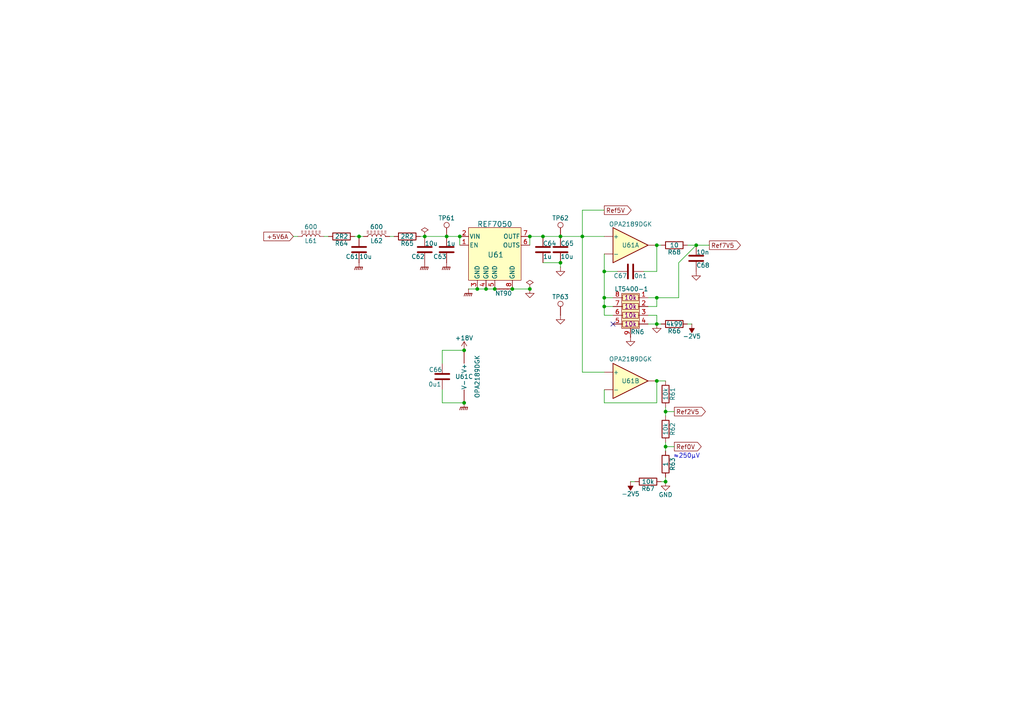
<source format=kicad_sch>
(kicad_sch (version 20250114) (generator "eeschema") (generator_version "9.0")
  (paper "A4")
  (lib_symbols
    (symbol "Connector:TestPoint" (pin_numbers (hide yes)) (pin_names (offset 0.762) (hide yes))
      (property "Reference" "TP" (at 0 6.858 0))
      (property "Value" "TestPoint" (at 0 5.08 0))
      (symbol "TestPoint_0_1"
        (circle (center 0 3.302) (radius 0.762))
      )
      (symbol "TestPoint_1_1"
        (pin passive line (at 0 0 90) (length 2.54) (name "1") (number "1"))
      )
    )
    (symbol "Device:C" (pin_numbers (hide yes)) (pin_names (offset 0.254))
      (property "Reference" "C" (at 0.635 2.54 0))
      (property "Value" "C" (at 0.635 -2.54 0))
      (symbol "C_0_1"
        (polyline (pts (xy -2.032 0.762) (xy 2.032 0.762)) (stroke (width 0.508)))
        (polyline (pts (xy -2.032 -0.762) (xy 2.032 -0.762)) (stroke (width 0.508)))
      )
      (symbol "C_1_1"
        (pin passive line (at 0 3.81 270) (length 2.794) (name "~") (number "1"))
        (pin passive line (at 0 -3.81 90) (length 2.794) (name "~") (number "2"))
      )
    )
    (symbol "Device:L_Ferrite" (pin_numbers (hide yes)) (pin_names (offset 1.016) (hide yes))
      (property "Reference" "L" (at -1.27 0 90))
      (property "Value" "L_Ferrite" (at 2.794 0 90))
      (symbol "L_Ferrite_0_1"
        (arc (start 0 2.54) (mid 0.6323 1.905) (end 0 1.27))
        (arc (start 0 1.27) (mid 0.6323 0.635) (end 0 0))
        (arc (start 0 0) (mid 0.6323 -0.635) (end 0 -1.27))
        (arc (start 0 -1.27) (mid 0.6323 -1.905) (end 0 -2.54))
        (polyline (pts (xy 1.016 2.286) (xy 1.016 2.794)))
        (polyline (pts (xy 1.016 1.27) (xy 1.016 1.778)))
        (polyline (pts (xy 1.016 0.254) (xy 1.016 0.762)))
        (polyline (pts (xy 1.016 -0.762) (xy 1.016 -0.254)))
        (polyline (pts (xy 1.016 -1.778) (xy 1.016 -1.27)))
        (polyline (pts (xy 1.016 -2.794) (xy 1.016 -2.286)))
        (polyline (pts (xy 1.524 2.794) (xy 1.524 2.286)))
        (polyline (pts (xy 1.524 1.778) (xy 1.524 1.27)))
        (polyline (pts (xy 1.524 0.762) (xy 1.524 0.254)))
        (polyline (pts (xy 1.524 -0.254) (xy 1.524 -0.762)))
        (polyline (pts (xy 1.524 -1.27) (xy 1.524 -1.778)))
        (polyline (pts (xy 1.524 -2.286) (xy 1.524 -2.794)))
      )
      (symbol "L_Ferrite_1_1"
        (pin passive line (at 0 3.81 270) (length 1.27) (name "1") (number "1"))
        (pin passive line (at 0 -3.81 90) (length 1.27) (name "2") (number "2"))
      )
    )
    (symbol "Device:R" (pin_numbers (hide yes)) (pin_names (offset 0))
      (property "Reference" "R" (at 2.032 0 90))
      (property "Value" "R" (at 0 0 90))
      (symbol "R_0_1"
        (rectangle (start -1.016 -2.54) (end 1.016 2.54) (stroke (width 0.254)))
      )
      (symbol "R_1_1"
        (pin passive line (at 0 3.81 270) (length 1.27) (name "~") (number "1"))
        (pin passive line (at 0 -3.81 90) (length 1.27) (name "~") (number "2"))
      )
    )
    (symbol "Parts:+18V" (power) (pin_numbers (hide yes)) (pin_names (offset 0) (hide yes))
      (property "Value" "+18V" (at 0 3.556 0))
      (symbol "+18V_0_1"
        (polyline (pts (xy -0.762 1.27) (xy 0 2.54)))
        (polyline (pts (xy 0 2.54) (xy 0.762 1.27)))
        (polyline (pts (xy 0 0) (xy 0 2.54)))
      )
      (symbol "+18V_1_1"
        (pin power_in line (at 0 0 90) (length 0) (name "~") (number "1"))
      )
    )
    (symbol "Parts:LT5400"
      (property "Reference" "RN" (at 0 7.366 0))
      (property "Value" "LT5400-1" (at 5.08 -4.826 0))
      (property "R1" "10k" (at 0 5.08 0))
      (property "R2" "10k" (at 0 2.54 0))
      (property "R3" "10k" (at 0 0 0))
      (property "R4" "10k" (at 0 -2.54 0))
      (symbol "LT5400_0_1"
        (polyline (pts (xy -2.54 5.08) (xy -2.286 5.08)))
        (polyline (pts (xy -2.54 2.54) (xy -2.286 2.54)))
        (polyline (pts (xy -2.54 0) (xy -2.286 0)))
        (polyline (pts (xy -2.54 -2.54) (xy -2.286 -2.54)))
        (rectangle (start -2.286 5.969) (end 2.286 4.191))
        (rectangle (start -2.286 3.429) (end 2.286 1.651))
        (rectangle (start -2.286 0.889) (end 2.286 -0.889))
        (rectangle (start -2.286 -1.651) (end 2.286 -3.429))
        (polyline (pts (xy 2.286 5.08) (xy 2.54 5.08)))
        (polyline (pts (xy 2.286 2.54) (xy 2.54 2.54)))
        (polyline (pts (xy 2.286 0) (xy 2.54 0)))
        (polyline (pts (xy 2.286 -2.54) (xy 2.54 -2.54)))
      )
      (symbol "LT5400_1_1"
        (polyline (pts (xy -5.08 0) (xy -5.08 0)))
        (rectangle (start -2.54 6.35) (end 2.54 -3.81) (fill (type background)))
        (pin passive line (at -5.08 5.08 0) (length 2.54) (name "~") (number "1"))
        (pin passive line (at -5.08 2.54 0) (length 2.54) (name "~") (number "2"))
        (pin passive line (at -5.08 0 0) (length 2.54) (name "~") (number "3"))
        (pin passive line (at -5.08 -2.54 0) (length 2.54) (name "~") (number "4"))
        (pin passive line (at 0 -6.35 90) (length 2.54) (name "~") (number "9"))
        (pin passive line (at 5.08 5.08 180) (length 2.54) (name "~") (number "8"))
        (pin passive line (at 5.08 2.54 180) (length 2.54) (name "~") (number "7"))
        (pin passive line (at 5.08 0 180) (length 2.54) (name "~") (number "6"))
        (pin passive line (at 5.08 -2.54 180) (length 2.54) (name "~") (number "5"))
      )
    )
    (symbol "Parts:NetTie_2" (pin_numbers (hide yes)) (pin_names (offset 0) (hide yes)) (in_bom no)
      (property "Reference" "NT" (at 0 1.27 0))
      (property "Value" "NetTie_2" (at 0 -1.27 0))
      (symbol "NetTie_2_0_1"
        (polyline (pts (xy -1.27 0) (xy 1.27 0)) (stroke (width 0.254)))
      )
      (symbol "NetTie_2_1_1"
        (pin passive line (at -2.54 0 0) (length 1.27) (name "1") (number "1"))
        (pin passive line (at 2.54 0 180) (length 1.27) (name "2") (number "2"))
      )
    )
    (symbol "Parts:OPA2189DGK" (pin_numbers (hide yes)) (pin_names (offset 0.002))
      (property "Reference" "U" (at 0 0 0))
      (property "Value" "OPA2189DGK" (at 4.064 -4.318 0))
      (symbol "OPA2189DGK_1_1"
        (unit_name "A")
        (polyline (pts (xy -5.08 5.08) (xy 5.08 0) (xy -5.08 -5.08) (xy -5.08 5.08)) (stroke (width 0.254)) (fill (type background)))
        (pin input line (at -7.62 2.54 0) (length 2.54) (name "+") (number "3"))
        (pin input line (at -7.62 -2.54 0) (length 2.54) (name "-") (number "2"))
        (pin output line (at 7.62 0 180) (length 2.54) (name "~") (number "1"))
      )
      (symbol "OPA2189DGK_2_1"
        (unit_name "B")
        (polyline (pts (xy -5.08 5.08) (xy 5.08 0) (xy -5.08 -5.08) (xy -5.08 5.08)) (stroke (width 0.254)) (fill (type background)))
        (pin input line (at -7.62 2.54 0) (length 2.54) (name "+") (number "5"))
        (pin input line (at -7.62 -2.54 0) (length 2.54) (name "-") (number "6"))
        (pin output line (at 7.62 0 180) (length 2.54) (name "~") (number "7"))
      )
      (symbol "OPA2189DGK_3_1"
        (unit_name "Power")
        (pin power_in line (at 0 7.62 270) (length 3.81) (name "V+") (number "8"))
        (pin power_in line (at 0 -7.62 90) (length 3.81) (name "V-") (number "4"))
      )
    )
    (symbol "Parts:REF70" (pin_names (offset 0.254))
      (property "Reference" "U" (at 0 2.54 0))
      (property "Value" "REF70" (at 0 0 0))
      (symbol "REF70_0_1"
        (pin power_in line (at -10.16 5.08 0) (length 2.54) (name "VIN") (number "2"))
        (pin input line (at -10.16 2.54 0) (length 2.54) (name "EN") (number "1"))
        (pin power_in line (at -5.08 -10.16 90) (length 2.54) (name "GND") (number "3"))
        (pin power_in line (at -2.54 -10.16 90) (length 2.54) (name "GND") (number "4"))
        (pin power_in line (at 0 -10.16 90) (length 2.54) (name "GND") (number "5"))
        (pin power_in line (at 5.08 -10.16 90) (length 2.54) (name "GND") (number "8"))
        (pin passive line (at 10.16 5.08 180) (length 2.54) (name "OUTF") (number "7"))
        (pin passive line (at 10.16 2.54 180) (length 2.54) (name "OUTS") (number "6"))
      )
      (symbol "REF70_1_1"
        (rectangle (start -7.62 7.62) (end 7.62 -7.62) (fill (type background)))
      )
    )
    (symbol "power:-2V5" (power) (pin_numbers (hide yes)) (pin_names (offset 0) (hide yes))
      (property "Value" "-2V5" (at 0 3.556 0))
      (symbol "-2V5_0_0"
        (pin power_in line (at 0 0 90) (length 0) (name "~") (number "1"))
      )
      (symbol "-2V5_0_1"
        (polyline (pts (xy 0 0) (xy 0 1.27) (xy 0.762 1.27) (xy 0 2.54) (xy -0.762 1.27) (xy 0 1.27)) (fill (type outline)))
      )
    )
    (symbol "power:GND" (power) (pin_numbers (hide yes)) (pin_names (offset 0) (hide yes))
      (property "Value" "GND" (at 0 -3.81 0))
      (symbol "GND_0_1"
        (polyline (pts (xy 0 0) (xy 0 -1.27) (xy 1.27 -1.27) (xy 0 -2.54) (xy -1.27 -1.27) (xy 0 -1.27)))
      )
      (symbol "GND_1_1"
        (pin power_in line (at 0 0 270) (length 0) (name "~") (number "1"))
      )
    )
    (symbol "power:GNDPWR" (power) (pin_numbers (hide yes)) (pin_names (offset 0) (hide yes))
      (property "Value" "GNDPWR" (at 0 -3.302 0))
      (symbol "GNDPWR_0_1"
        (polyline (pts (xy -1.016 -1.27) (xy -1.27 -2.032) (xy -1.27 -2.032)) (stroke (width 0.2032)))
        (polyline (pts (xy -0.508 -1.27) (xy -0.762 -2.032) (xy -0.762 -2.032)) (stroke (width 0.2032)))
        (polyline (pts (xy 0 -1.27) (xy 0 0)))
        (polyline (pts (xy 0 -1.27) (xy -0.254 -2.032) (xy -0.254 -2.032)) (stroke (width 0.2032)))
        (polyline (pts (xy 0.508 -1.27) (xy 0.254 -2.032) (xy 0.254 -2.032)) (stroke (width 0.2032)))
        (polyline (pts (xy 1.016 -1.27) (xy -1.016 -1.27) (xy -1.016 -1.27)) (stroke (width 0.2032)))
        (polyline (pts (xy 1.016 -1.27) (xy 0.762 -2.032) (xy 0.762 -2.032) (xy 0.762 -2.032)) (stroke (width 0.2032)))
      )
      (symbol "GNDPWR_1_1"
        (pin power_in line (at 0 0 270) (length 0) (name "~") (number "1"))
      )
    )
    (symbol "power:PWR_FLAG" (power) (pin_numbers (hide yes)) (pin_names (offset 0) (hide yes))
      (property "Value" "PWR_FLAG" (at 0 3.81 0))
      (symbol "PWR_FLAG_0_0"
        (pin power_out line (at 0 0 90) (length 0) (name "~") (number "1"))
      )
      (symbol "PWR_FLAG_0_1"
        (polyline (pts (xy 0 0) (xy 0 1.27) (xy -1.016 1.905) (xy 0 2.54) (xy 1.016 1.905) (xy 0 1.27)))
      )
    )
  )
  (text "≈250µV" (at 199.136 132.334 0) (effects (font (size 1.27 1.27))))
  (junction (at 153.67 68.58))
  (junction (at 190.5 86.36))
  (junction (at 140.97 83.82))
  (junction (at 193.04 129.54))
  (junction (at 104.14 68.58))
  (junction (at 143.51 83.82))
  (junction (at 134.62 116.84))
  (junction (at 162.56 68.58))
  (junction (at 133.35 68.58))
  (junction (at 175.26 78.74))
  (junction (at 190.5 110.49))
  (junction (at 138.43 83.82))
  (junction (at 175.26 86.36))
  (junction (at 190.5 93.98))
  (junction (at 193.04 119.38))
  (junction (at 175.26 88.9))
  (junction (at 157.48 68.58))
  (junction (at 168.91 68.58))
  (junction (at 162.56 76.2))
  (junction (at 201.93 71.12))
  (junction (at 190.5 71.12))
  (junction (at 129.54 68.58))
  (junction (at 123.19 68.58))
  (junction (at 134.62 101.6))
  (junction (at 153.67 83.82))
  (junction (at 193.04 139.7))
  (junction (at 148.59 83.82))
  (no_connect (at 177.8 93.98))
  (wire (pts (xy 190.5 88.9) (xy 187.96 88.9)))
  (wire (pts (xy 175.26 73.66) (xy 175.26 78.74)))
  (wire (pts (xy 113.03 68.58) (xy 114.3 68.58)))
  (wire (pts (xy 175.26 88.9) (xy 177.8 88.9)))
  (wire (pts (xy 187.96 86.36) (xy 190.5 86.36)))
  (wire (pts (xy 193.04 119.38) (xy 193.04 120.65)))
  (wire (pts (xy 140.97 83.82) (xy 143.51 83.82)))
  (wire (pts (xy 201.93 71.12) (xy 196.85 76.2)))
  (wire (pts (xy 190.5 86.36) (xy 190.5 88.9)))
  (wire (pts (xy 162.56 68.58) (xy 168.91 68.58)))
  (wire (pts (xy 157.48 76.2) (xy 162.56 76.2)))
  (wire (pts (xy 168.91 60.96) (xy 168.91 68.58)))
  (wire (pts (xy 191.77 93.98) (xy 190.5 93.98)))
  (wire (pts (xy 199.39 71.12) (xy 201.93 71.12)))
  (wire (pts (xy 193.04 119.38) (xy 195.58 119.38)))
  (wire (pts (xy 175.26 86.36) (xy 175.26 88.9)))
  (wire (pts (xy 175.26 78.74) (xy 179.07 78.74)))
  (wire (pts (xy 201.93 71.12) (xy 205.74 71.12)))
  (wire (pts (xy 129.54 68.58) (xy 133.35 68.58)))
  (wire (pts (xy 190.5 116.84) (xy 190.5 110.49)))
  (wire (pts (xy 190.5 91.44) (xy 190.5 93.98)))
  (wire (pts (xy 200.66 93.98) (xy 199.39 93.98)))
  (wire (pts (xy 190.5 71.12) (xy 191.77 71.12)))
  (wire (pts (xy 135.89 83.82) (xy 138.43 83.82)))
  (wire (pts (xy 191.77 139.7) (xy 193.04 139.7)))
  (wire (pts (xy 148.59 83.82) (xy 153.67 83.82)))
  (wire (pts (xy 153.67 68.58) (xy 153.67 71.12)))
  (wire (pts (xy 133.35 68.58) (xy 133.35 71.12)))
  (wire (pts (xy 157.48 68.58) (xy 162.56 68.58)))
  (wire (pts (xy 104.14 68.58) (xy 105.41 68.58)))
  (wire (pts (xy 187.96 93.98) (xy 190.5 93.98)))
  (wire (pts (xy 175.26 88.9) (xy 175.26 91.44)))
  (wire (pts (xy 93.98 68.58) (xy 95.25 68.58)))
  (wire (pts (xy 123.19 68.58) (xy 129.54 68.58)))
  (wire (pts (xy 182.88 139.7) (xy 184.15 139.7)))
  (wire (pts (xy 175.26 86.36) (xy 177.8 86.36)))
  (wire (pts (xy 168.91 60.96) (xy 175.26 60.96)))
  (wire (pts (xy 186.69 78.74) (xy 190.5 78.74)))
  (wire (pts (xy 168.91 68.58) (xy 175.26 68.58)))
  (wire (pts (xy 128.27 101.6) (xy 134.62 101.6)))
  (wire (pts (xy 196.85 76.2) (xy 196.85 86.36)))
  (wire (pts (xy 128.27 116.84) (xy 134.62 116.84)))
  (wire (pts (xy 187.96 91.44) (xy 190.5 91.44)))
  (wire (pts (xy 128.27 113.03) (xy 128.27 116.84)))
  (wire (pts (xy 193.04 139.7) (xy 193.04 138.43)))
  (wire (pts (xy 175.26 91.44) (xy 177.8 91.44)))
  (wire (pts (xy 128.27 101.6) (xy 128.27 105.41)))
  (wire (pts (xy 85.09 68.58) (xy 86.36 68.58)))
  (wire (pts (xy 190.5 71.12) (xy 190.5 78.74)))
  (wire (pts (xy 175.26 107.95) (xy 168.91 107.95)))
  (wire (pts (xy 162.56 76.2) (xy 162.56 77.47)))
  (wire (pts (xy 190.5 110.49) (xy 193.04 110.49)))
  (wire (pts (xy 153.67 68.58) (xy 157.48 68.58)))
  (wire (pts (xy 121.92 68.58) (xy 123.19 68.58)))
  (wire (pts (xy 193.04 129.54) (xy 195.58 129.54)))
  (wire (pts (xy 168.91 68.58) (xy 168.91 107.95)))
  (wire (pts (xy 190.5 86.36) (xy 196.85 86.36)))
  (wire (pts (xy 175.26 113.03) (xy 175.26 116.84)))
  (wire (pts (xy 193.04 128.27) (xy 193.04 129.54)))
  (wire (pts (xy 175.26 116.84) (xy 190.5 116.84)))
  (wire (pts (xy 175.26 78.74) (xy 175.26 86.36)))
  (wire (pts (xy 138.43 83.82) (xy 140.97 83.82)))
  (wire (pts (xy 102.87 68.58) (xy 104.14 68.58)))
  (wire (pts (xy 193.04 118.11) (xy 193.04 119.38)))
  (wire (pts (xy 193.04 129.54) (xy 193.04 130.81)))
  (global_label "+5V6A" (shape input) (at 85.09 68.58 180) (property "Intersheetrefs" "${INTERSHEET_REFS}" (at 77.7263 68.58 0) (effects (justify right))))
  (global_label "Ref5V" (shape output) (at 175.26 60.96 0) (property "Intersheetrefs" "${INTERSHEET_REFS}" (at 183.6276 60.96 0) (effects (justify left))))
  (global_label "Ref7V5" (shape output) (at 205.74 71.12 0) (property "Intersheetrefs" "${INTERSHEET_REFS}" (at 214.884 71.12 0) (effects (justify left))))
  (global_label "Ref0V" (shape output) (at 195.58 129.54 0) (property "Intersheetrefs" "${INTERSHEET_REFS}" (at 204.724 129.54 0) (effects (justify left))))
  (global_label "Ref2V5" (shape output) (at 195.58 119.38 0) (property "Intersheetrefs" "${INTERSHEET_REFS}" (at 204.724 119.38 0) (effects (justify left))))
  (symbol (lib_id "Parts:OPA2189DGK") (at 182.88 71.12 0) (unit 1) (in_bom no)
    (property "Reference" "U61" (at 182.88 71.12 0))
    (property "Value" "OPA2189DGK" (at 182.88 65.024 0))
    (property "Footprint" "Parts:OPA2189" (effects (hide yes)))
    (property "Datasheet" "http://www.ti.com/lit/ds/symlink/opa189.pdf" (effects (hide yes)))
    (property "LCSC" "C881489" (effects (hide yes)))
    (property "Stock" "15" (effects (hide yes)))
  )
  (symbol (lib_id "power:-2V5") (at 200.66 93.98 180) (unit 1)
    (property "Reference" "#PWR073" (effects (hide yes)))
    (property "Value" "-2V5" (at 200.66 97.536 0))
    (property "Description" "Power symbol creates a global label with name \"-2V5\"" (effects (hide yes)))
  )
  (symbol (lib_id "power:GNDPWR") (at 123.19 76.2 0) (unit 1)
    (property "Reference" "#PWR0162" (effects (hide yes)))
    (property "Value" "GNDPWR" (effects (hide yes)))
    (property "Description" "Power symbol creates a global label with name \"GNDPWR\" , global ground" (effects (hide yes)))
  )
  (symbol (lib_id "Parts:OPA2189DGK") (at 182.88 110.49 0) (unit 2) (in_bom no)
    (property "Reference" "U61" (at 182.88 110.49 0))
    (property "Value" "OPA2189DGK" (at 182.88 104.14 0))
    (property "Footprint" "Parts:OPA2189" (effects (hide yes)))
    (property "Datasheet" "http://www.ti.com/lit/ds/symlink/opa189.pdf" (effects (hide yes)))
    (property "LCSC" "C881489" (effects (hide yes)))
    (property "Stock" "15" (effects (hide yes)))
  )
  (symbol (lib_id "Device:R") (at 195.58 71.12 90) (mirror x) (unit 1)
    (property "Reference" "R68" (at 195.58 73.152 90))
    (property "Value" "10" (at 195.58 71.12 90))
    (property "Footprint" "Resistor_SMD:R_0402_1005Metric" (effects (hide yes)))
    (property "Description" "Resistor" (effects (hide yes)))
    (property "LCSC" "C25077" (effects (hide yes)))
  )
  (symbol (lib_id "Device:R") (at 193.04 134.62 0) (unit 1) (in_bom no)
    (property "Reference" "R63" (at 195.072 134.62 90))
    (property "Value" "1" (at 193.04 134.62 90))
    (property "Footprint" "Resistor_SMD:R_0603_1608Metric" (effects (hide yes)))
    (property "Datasheet" "0.1%" (effects (hide yes)))
    (property "Description" "Resistor" (effects (hide yes)))
  )
  (symbol (lib_id "Device:R") (at 187.96 139.7 270) (unit 1)
    (property "Reference" "R67" (at 187.96 141.732 90))
    (property "Value" "10k" (at 187.96 139.7 90))
    (property "Footprint" "Resistor_SMD:R_0402_1005Metric" (effects (hide yes)))
    (property "Description" "Resistor" (effects (hide yes)))
    (property "LCSC" "C25744" (effects (hide yes)))
  )
  (symbol (lib_id "Device:C") (at 129.54 72.39 0) (unit 1)
    (property "Reference" "C63" (at 129.54 74.422 0) (effects (justify right)))
    (property "Value" "1u" (at 129.54 70.612 0) (effects (justify left)))
    (property "Footprint" "Capacitor_SMD:C_0402_1005Metric" (effects (hide yes)))
    (property "Datasheet" "25V" (effects (hide yes)))
    (property "Description" "Unpolarized capacitor" (effects (hide yes)))
    (property "LCSC" "C52923" (effects (hide yes)))
  )
  (symbol (lib_id "Parts:OPA2189DGK") (at 134.62 109.22 0) (unit 3) (in_bom no)
    (property "Reference" "U61" (at 134.62 109.22 0))
    (property "Value" "OPA2189DGK" (at 138.43 109.22 90))
    (property "Footprint" "Parts:OPA2189" (effects (hide yes)))
    (property "Datasheet" "http://www.ti.com/lit/ds/symlink/opa189.pdf" (effects (hide yes)))
    (property "LCSC" "C881489" (effects (hide yes)))
    (property "Stock" "15" (effects (hide yes)))
  )
  (symbol (lib_id "Device:L_Ferrite") (at 90.17 68.58 90) (unit 1)
    (property "Reference" "L61" (at 90.17 69.85 90))
    (property "Value" "600" (at 90.17 65.786 90))
    (property "Footprint" "Inductor_SMD:L_0603_1608Metric" (effects (hide yes)))
    (property "Datasheet" "200mA / 450mΩ" (effects (hide yes)))
    (property "Description" "Inductor with ferrite core" (effects (hide yes)))
    (property "LCSC" "C1002" (effects (hide yes)))
  )
  (symbol (lib_id "power:GNDPWR") (at 134.62 116.84 0) (unit 1)
    (property "Reference" "#PWR0306" (effects (hide yes)))
    (property "Value" "GNDPWR" (effects (hide yes)))
    (property "Description" "Power symbol creates a global label with name \"GNDPWR\" , global ground" (effects (hide yes)))
  )
  (symbol (lib_id "Device:C") (at 104.14 72.39 0) (unit 1)
    (property "Reference" "C61" (at 104.14 74.422 0) (effects (justify right)))
    (property "Value" "10u" (at 104.14 74.422 0) (effects (justify left)))
    (property "Footprint" "Capacitor_SMD:C_0603_1608Metric" (effects (hide yes)))
    (property "Datasheet" "25V" (effects (hide yes)))
    (property "Description" "Unpolarized capacitor" (effects (hide yes)))
    (property "LCSC" "C96446" (effects (hide yes)))
  )
  (symbol (lib_id "Connector:TestPoint") (at 129.54 68.58 0) (unit 1) (in_bom no)
    (property "Reference" "TP61" (at 129.54 63.246 0))
    (property "Value" "TestPoint" (effects (hide yes)))
    (property "Footprint" "Parts:TestPoint" (effects (hide yes)))
    (property "Description" "test point" (effects (hide yes)))
    (property "Stock" "-" (effects (hide yes)))
  )
  (symbol (lib_id "Parts:+18V") (at 134.62 101.6 0) (unit 1)
    (property "Reference" "#PWR0307" (effects (hide yes)))
    (property "Value" "+18V" (at 134.62 98.044 0))
    (property "Description" "Power symbol creates a global label with name {dblquote}+18V{dblquote}" (effects (hide yes)))
  )
  (symbol (lib_id "Parts:REF70") (at 143.51 73.66 0) (unit 1)
    (property "Reference" "U6" (at 143.764 73.914 0) (effects (font (size 1.524 1.524))))
    (property "Value" "REF7050" (at 143.51 65.024 0) (effects (font (size 1.524 1.524))))
    (property "Footprint" "Parts:FKH0008A-MFG" (effects (hide yes)))
    (property "Datasheet" "https://www.ti.com/lit/gpn/ref70" (effects (hide yes)))
    (property "LCSC" "C6760318" (effects (hide yes)))
    (instances (project "" (path "" (reference "U61") (unit 1))) (project "" (path "" (reference "U6") (unit 1))))
  )
  (symbol (lib_id "power:GND") (at 193.04 139.7 0) (unit 1)
    (property "Reference" "#PWR0140" (effects (hide yes)))
    (property "Value" "GND" (at 193.04 143.51 0))
    (property "Description" "Power symbol creates a global label with name \"GND\" , ground" (effects (hide yes)))
  )
  (symbol (lib_id "Connector:TestPoint") (at 162.56 68.58 0) (unit 1) (in_bom no)
    (property "Reference" "TP62" (at 162.56 63.246 0))
    (property "Value" "TestPoint" (effects (hide yes)))
    (property "Footprint" "Parts:TestPoint" (effects (hide yes)))
    (property "Description" "test point" (effects (hide yes)))
    (property "Stock" "-" (effects (hide yes)))
  )
  (symbol (lib_id "power:-2V5") (at 182.88 139.7 0) (mirror x) (unit 1)
    (property "Reference" "#PWR0127" (effects (hide yes)))
    (property "Value" "-2V5" (at 182.88 143.256 0))
    (property "Description" "Power symbol creates a global label with name \"-2V5\"" (effects (hide yes)))
  )
  (symbol (lib_id "power:GND") (at 182.88 97.79 0) (unit 1)
    (property "Reference" "#PWR0764" (effects (hide yes)))
    (property "Value" "GND" (effects (hide yes)))
    (property "Description" "Power symbol creates a global label with name \"GND\" , ground" (effects (hide yes)))
  )
  (symbol (lib_id "power:GNDPWR") (at 104.14 76.2 0) (unit 1)
    (property "Reference" "#PWR0129" (effects (hide yes)))
    (property "Value" "GNDPWR" (effects (hide yes)))
    (property "Description" "Power symbol creates a global label with name \"GNDPWR\" , global ground" (effects (hide yes)))
  )
  (symbol (lib_id "power:PWR_FLAG") (at 153.67 83.82 0) (unit 1)
    (property "Reference" "#FLG0501" (effects (hide yes)))
    (property "Value" "PWR_FLAG" (effects (hide yes)))
    (property "Description" "Special symbol for telling ERC where power comes from" (effects (hide yes)))
  )
  (symbol (lib_id "Parts:NetTie_2") (at 146.05 83.82 0) (mirror x) (unit 1) (in_bom no)
    (property "Reference" "NT61" (at 146.05 85.09 0))
    (property "Value" "NetTie_2" (effects (hide yes)))
    (property "Footprint" "Parts:NetTie-2_SMD_Pad0.5mm" (effects (hide yes)))
    (property "Description" "Net tie, 2 pins" (effects (hide yes)))
    (instances (project "" (path "" (reference "NT90") (unit 1))) (project "" (path "" (reference "NT61") (unit 1))))
  )
  (symbol (lib_id "Device:C") (at 128.27 109.22 0) (mirror y) (unit 1)
    (property "Reference" "C66" (at 128.27 107.95 0) (effects (justify left bottom)))
    (property "Value" "0u1" (at 128.016 110.744 0) (effects (justify left top)))
    (property "Footprint" "Capacitor_SMD:C_0402_1005Metric" (effects (hide yes)))
    (property "Datasheet" "50V" (effects (hide yes)))
    (property "Description" "Unpolarized capacitor" (effects (hide yes)))
    (property "LCSC" "C307331" (effects (hide yes)))
  )
  (symbol (lib_id "Device:R") (at 195.58 93.98 90) (mirror x) (unit 1)
    (property "Reference" "R66" (at 195.58 96.012 90))
    (property "Value" "4k99" (at 195.58 93.98 90))
    (property "Footprint" "Resistor_SMD:R_0603_1608Metric" (effects (hide yes)))
    (property "Description" "Resistor" (effects (hide yes)))
    (property "LCSC" "C23046" (effects (hide yes)))
  )
  (symbol (lib_id "power:GND") (at 162.56 77.47 0) (unit 1)
    (property "Reference" "#PWR0130" (effects (hide yes)))
    (property "Value" "GND" (effects (hide yes)))
    (property "Description" "Power symbol creates a global label with name \"GND\" , ground" (effects (hide yes)))
  )
  (symbol (lib_id "Device:C") (at 162.56 72.39 0) (unit 1)
    (property "Reference" "C65" (at 162.56 70.612 0) (effects (justify left)))
    (property "Value" "10u" (at 162.56 74.422 0) (effects (justify left)))
    (property "Footprint" "Capacitor_SMD:C_0603_1608Metric" (effects (hide yes)))
    (property "Datasheet" "25V" (effects (hide yes)))
    (property "Description" "Unpolarized capacitor" (effects (hide yes)))
    (property "LCSC" "C96446" (effects (hide yes)))
  )
  (symbol (lib_id "power:GND") (at 162.56 91.44 0) (unit 1)
    (property "Reference" "#PWR0441" (effects (hide yes)))
    (property "Value" "GND" (effects (hide yes)))
    (property "Description" "Power symbol creates a global label with name \"GND\" , ground" (effects (hide yes)))
  )
  (symbol (lib_id "Device:R") (at 193.04 114.3 0) (unit 1) (in_bom no)
    (property "Reference" "R61" (at 195.072 114.3 90))
    (property "Value" "10k" (at 193.04 114.3 90))
    (property "Footprint" "Resistor_SMD:R_0603_1608Metric" (effects (hide yes)))
    (property "Datasheet" "0.1%, 10ppm/°C" (effects (hide yes)))
    (property "Description" "Resistor" (effects (hide yes)))
  )
  (symbol (lib_id "Device:C") (at 123.19 72.39 0) (mirror y) (unit 1)
    (property "Reference" "C62" (at 123.19 74.422 0) (effects (justify left)))
    (property "Value" "10u" (at 123.19 70.612 0) (effects (justify right)))
    (property "Footprint" "Capacitor_SMD:C_0603_1608Metric" (effects (hide yes)))
    (property "Datasheet" "25V" (effects (hide yes)))
    (property "Description" "Unpolarized capacitor" (effects (hide yes)))
    (property "LCSC" "C96446" (effects (hide yes)))
  )
  (symbol (lib_id "Device:R") (at 118.11 68.58 270) (unit 1) (in_bom no)
    (property "Reference" "R65" (at 118.11 70.612 90))
    (property "Value" "2R2" (at 118.11 68.58 90))
    (property "Footprint" "Resistor_SMD:R_0603_1608Metric" (effects (hide yes)))
    (property "Description" "Resistor" (effects (hide yes)))
    (property "LCSC" "C22939" (effects (hide yes)))
  )
  (symbol (lib_id "Device:R") (at 99.06 68.58 270) (unit 1) (in_bom no)
    (property "Reference" "R64" (at 99.06 70.612 90))
    (property "Value" "2R2" (at 99.06 68.58 90))
    (property "Footprint" "Resistor_SMD:R_0603_1608Metric" (effects (hide yes)))
    (property "Description" "Resistor" (effects (hide yes)))
    (property "LCSC" "C22939" (effects (hide yes)))
  )
  (symbol (lib_id "power:GND") (at 201.93 78.74 0) (unit 1)
    (property "Reference" "#PWR0765" (effects (hide yes)))
    (property "Value" "GND" (effects (hide yes)))
    (property "Description" "Power symbol creates a global label with name \"GND\" , ground" (effects (hide yes)))
  )
  (symbol (lib_id "Device:R") (at 193.04 124.46 0) (unit 1) (in_bom no)
    (property "Reference" "R62" (at 195.072 124.46 90))
    (property "Value" "10k" (at 193.04 124.46 90))
    (property "Footprint" "Resistor_SMD:R_0603_1608Metric" (effects (hide yes)))
    (property "Datasheet" "0.1%, 10ppm/°C" (effects (hide yes)))
    (property "Description" "Resistor" (effects (hide yes)))
  )
  (symbol (lib_id "power:GND") (at 190.5 93.98 0) (unit 1)
    (property "Reference" "#PWR0301" (effects (hide yes)))
    (property "Value" "GND" (effects (hide yes)))
    (property "Description" "Power symbol creates a global label with name \"GND\" , ground" (effects (hide yes)))
  )
  (symbol (lib_id "power:PWR_FLAG") (at 123.19 68.58 0) (unit 1)
    (property "Reference" "#FLG076" (effects (hide yes)))
    (property "Value" "PWR_FLAG" (effects (hide yes)))
    (property "Description" "Special symbol for telling ERC where power comes from" (effects (hide yes)))
  )
  (symbol (lib_id "Parts:LT5400") (at 182.88 91.44 0) (mirror y) (unit 1)
    (property "Reference" "RN61" (at 182.88 96.266 0) (effects (justify right)))
    (property "Value" "LT5400-1" (at 183.134 83.82 0))
    (property "Footprint" "Parts:MSOP-8-1EP_3x3mm_P0.65mm_EP1.68x1.88mm" (effects (hide yes)))
    (property "Datasheet" "0.2ppm/°C matching" (effects (hide yes)))
    (property "Description" "4 resistor network, parallel topology" (effects (hide yes)))
    (property "LCSC" "C1358072" (effects (hide yes)))
    (property "R1" "10k" (at 182.88 86.36 0))
    (property "R2" "10k" (at 182.88 88.9 0))
    (property "R3" "10k" (at 182.88 91.44 0))
    (property "R4" "10k" (at 182.88 93.98 0))
    (instances (project "" (path "" (reference "RN6") (unit 1))) (project "lincal" (path "" (reference "RN61") (unit 1))))
  )
  (symbol (lib_id "Device:C") (at 182.88 78.74 270) (mirror x) (unit 1)
    (property "Reference" "C67" (at 181.864 80.01 90) (effects (justify right)))
    (property "Value" "0n1" (at 183.896 80.01 90) (effects (justify left)))
    (property "Footprint" "Capacitor_SMD:C_0402_1005Metric" (effects (hide yes)))
    (property "Datasheet" "C0G, 50V" (effects (hide yes)))
    (property "Description" "Unpolarized capacitor" (effects (hide yes)))
    (property "LCSC" "C1546" (effects (hide yes)))
  )
  (symbol (lib_id "power:GNDPWR") (at 129.54 76.2 0) (unit 1)
    (property "Reference" "#PWR0471" (effects (hide yes)))
    (property "Value" "GNDPWR" (effects (hide yes)))
    (property "Description" "Power symbol creates a global label with name \"GNDPWR\" , global ground" (effects (hide yes)))
  )
  (symbol (lib_id "power:GNDPWR") (at 135.89 83.82 0) (unit 1)
    (property "Reference" "#PWR0112" (effects (hide yes)))
    (property "Value" "GNDPWR" (effects (hide yes)))
    (property "Description" "Power symbol creates a global label with name \"GNDPWR\" , global ground" (effects (hide yes)))
  )
  (symbol (lib_id "Device:C") (at 201.93 74.93 0) (unit 1)
    (property "Reference" "C68" (at 201.93 76.962 0) (effects (justify left)))
    (property "Value" "10n" (at 201.93 73.152 0) (effects (justify left)))
    (property "Footprint" "Capacitor_SMD:C_0603_1608Metric" (effects (hide yes)))
    (property "Datasheet" "C0G, 25V" (effects (hide yes)))
    (property "Description" "Unpolarized capacitor" (effects (hide yes)))
    (property "LCSC" "C307500" (effects (hide yes)))
  )
  (symbol (lib_id "Device:L_Ferrite") (at 109.22 68.58 90) (unit 1)
    (property "Reference" "L62" (at 109.22 69.85 90))
    (property "Value" "600" (at 109.22 65.786 90))
    (property "Footprint" "Inductor_SMD:L_0603_1608Metric" (effects (hide yes)))
    (property "Datasheet" "200mA / 450mΩ" (effects (hide yes)))
    (property "Description" "Inductor with ferrite core" (effects (hide yes)))
    (property "LCSC" "C1002" (effects (hide yes)))
  )
  (symbol (lib_id "power:GND") (at 153.67 83.82 0) (unit 1)
    (property "Reference" "#PWR0126" (effects (hide yes)))
    (property "Value" "GND" (effects (hide yes)))
    (property "Description" "Power symbol creates a global label with name \"GND\" , ground" (effects (hide yes)))
  )
  (symbol (lib_id "Device:C") (at 157.48 72.39 0) (unit 1)
    (property "Reference" "C64" (at 157.48 70.612 0) (effects (justify left)))
    (property "Value" "1u" (at 157.48 74.422 0) (effects (justify left)))
    (property "Footprint" "Capacitor_SMD:C_0402_1005Metric" (effects (hide yes)))
    (property "Datasheet" "25V" (effects (hide yes)))
    (property "Description" "Unpolarized capacitor" (effects (hide yes)))
    (property "LCSC" "C52923" (effects (hide yes)))
  )
  (symbol (lib_id "Connector:TestPoint") (at 162.56 91.44 0) (unit 1) (in_bom no)
    (property "Reference" "TP63" (at 162.56 86.106 0))
    (property "Value" "TestPoint" (effects (hide yes)))
    (property "Footprint" "Parts:TestPoint" (effects (hide yes)))
    (property "Description" "test point" (effects (hide yes)))
    (property "Stock" "-" (effects (hide yes)))
  )
)
</source>
